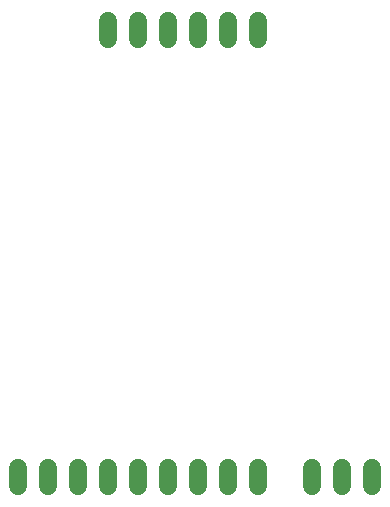
<source format=gbr>
G04 EAGLE Gerber RS-274X export*
G75*
%MOMM*%
%FSLAX34Y34*%
%LPD*%
%INBottom Copper*%
%IPPOS*%
%AMOC8*
5,1,8,0,0,1.08239X$1,22.5*%
G01*
%ADD10C,1.524000*%


D10*
X106680Y401320D02*
X106680Y416560D01*
X132080Y416560D02*
X132080Y401320D01*
X157480Y401320D02*
X157480Y416560D01*
X182880Y416560D02*
X182880Y401320D01*
X208280Y401320D02*
X208280Y416560D01*
X233680Y416560D02*
X233680Y401320D01*
X330200Y38100D02*
X330200Y22860D01*
X304800Y22860D02*
X304800Y38100D01*
X279400Y38100D02*
X279400Y22860D01*
X233680Y22860D02*
X233680Y38100D01*
X208280Y38100D02*
X208280Y22860D01*
X182880Y22860D02*
X182880Y38100D01*
X157480Y38100D02*
X157480Y22860D01*
X132080Y22860D02*
X132080Y38100D01*
X106680Y38100D02*
X106680Y22860D01*
X81280Y22860D02*
X81280Y38100D01*
X55880Y38100D02*
X55880Y22860D01*
X30480Y22860D02*
X30480Y38100D01*
M02*

</source>
